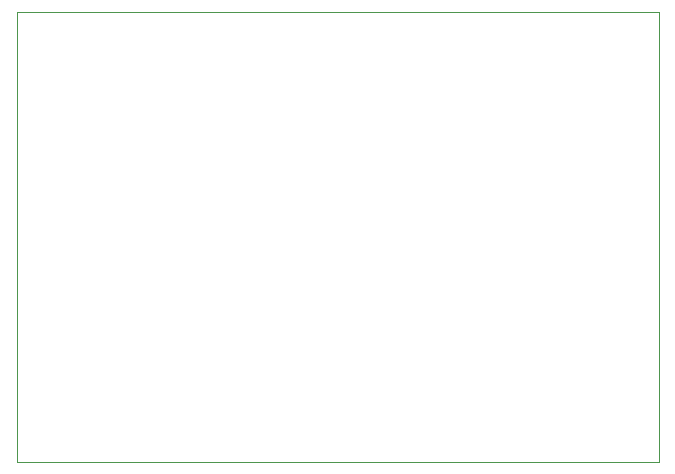
<source format=gm1>
%TF.GenerationSoftware,KiCad,Pcbnew,(6.0.0)*%
%TF.CreationDate,2022-01-07T19:36:24+08:00*%
%TF.ProjectId,pj4_MCU,706a345f-4d43-4552-9e6b-696361645f70,1*%
%TF.SameCoordinates,Original*%
%TF.FileFunction,Profile,NP*%
%FSLAX46Y46*%
G04 Gerber Fmt 4.6, Leading zero omitted, Abs format (unit mm)*
G04 Created by KiCad (PCBNEW (6.0.0)) date 2022-01-07 19:36:24*
%MOMM*%
%LPD*%
G01*
G04 APERTURE LIST*
%TA.AperFunction,Profile*%
%ADD10C,0.100000*%
%TD*%
G04 APERTURE END LIST*
D10*
X106238000Y-143190000D02*
X160594000Y-143190000D01*
X160594000Y-143190000D02*
X160594000Y-105090000D01*
X160594000Y-105090000D02*
X106238000Y-105090000D01*
X106238000Y-105090000D02*
X106238000Y-143190000D01*
M02*

</source>
